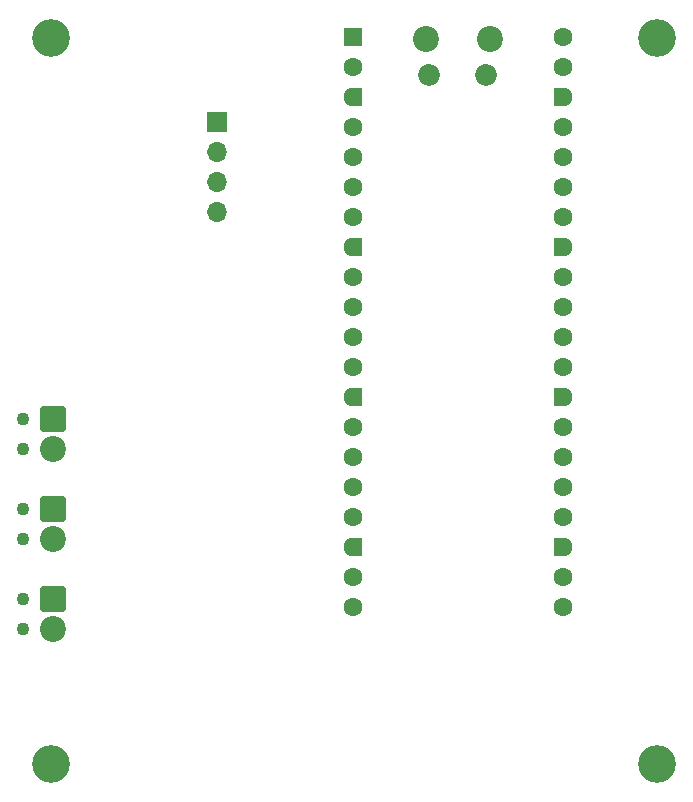
<source format=gbs>
%TF.GenerationSoftware,KiCad,Pcbnew,9.0.0*%
%TF.CreationDate,2025-06-15T18:58:11-04:00*%
%TF.ProjectId,data-logger,64617461-2d6c-46f6-9767-65722e6b6963,rev?*%
%TF.SameCoordinates,Original*%
%TF.FileFunction,Soldermask,Bot*%
%TF.FilePolarity,Negative*%
%FSLAX46Y46*%
G04 Gerber Fmt 4.6, Leading zero omitted, Abs format (unit mm)*
G04 Created by KiCad (PCBNEW 9.0.0) date 2025-06-15 18:58:11*
%MOMM*%
%LPD*%
G01*
G04 APERTURE LIST*
G04 Aperture macros list*
%AMRoundRect*
0 Rectangle with rounded corners*
0 $1 Rounding radius*
0 $2 $3 $4 $5 $6 $7 $8 $9 X,Y pos of 4 corners*
0 Add a 4 corners polygon primitive as box body*
4,1,4,$2,$3,$4,$5,$6,$7,$8,$9,$2,$3,0*
0 Add four circle primitives for the rounded corners*
1,1,$1+$1,$2,$3*
1,1,$1+$1,$4,$5*
1,1,$1+$1,$6,$7*
1,1,$1+$1,$8,$9*
0 Add four rect primitives between the rounded corners*
20,1,$1+$1,$2,$3,$4,$5,0*
20,1,$1+$1,$4,$5,$6,$7,0*
20,1,$1+$1,$6,$7,$8,$9,0*
20,1,$1+$1,$8,$9,$2,$3,0*%
%AMFreePoly0*
4,1,37,0.603843,0.796157,0.639018,0.796157,0.711114,0.766294,0.766294,0.711114,0.796157,0.639018,0.796157,0.603843,0.800000,0.600000,0.800000,-0.600000,0.796157,-0.603843,0.796157,-0.639018,0.766294,-0.711114,0.711114,-0.766294,0.639018,-0.796157,0.603843,-0.796157,0.600000,-0.800000,0.000000,-0.800000,0.000000,-0.796148,-0.078414,-0.796148,-0.232228,-0.765552,-0.377117,-0.705537,
-0.507515,-0.618408,-0.618408,-0.507515,-0.705537,-0.377117,-0.765552,-0.232228,-0.796148,-0.078414,-0.796148,0.078414,-0.765552,0.232228,-0.705537,0.377117,-0.618408,0.507515,-0.507515,0.618408,-0.377117,0.705537,-0.232228,0.765552,-0.078414,0.796148,0.000000,0.796148,0.000000,0.800000,0.600000,0.800000,0.603843,0.796157,0.603843,0.796157,$1*%
%AMFreePoly1*
4,1,37,0.000000,0.796148,0.078414,0.796148,0.232228,0.765552,0.377117,0.705537,0.507515,0.618408,0.618408,0.507515,0.705537,0.377117,0.765552,0.232228,0.796148,0.078414,0.796148,-0.078414,0.765552,-0.232228,0.705537,-0.377117,0.618408,-0.507515,0.507515,-0.618408,0.377117,-0.705537,0.232228,-0.765552,0.078414,-0.796148,0.000000,-0.796148,0.000000,-0.800000,-0.600000,-0.800000,
-0.603843,-0.796157,-0.639018,-0.796157,-0.711114,-0.766294,-0.766294,-0.711114,-0.796157,-0.639018,-0.796157,-0.603843,-0.800000,-0.600000,-0.800000,0.600000,-0.796157,0.603843,-0.796157,0.639018,-0.766294,0.711114,-0.711114,0.766294,-0.639018,0.796157,-0.603843,0.796157,-0.600000,0.800000,0.000000,0.800000,0.000000,0.796148,0.000000,0.796148,$1*%
G04 Aperture macros list end*
%ADD10C,3.200000*%
%ADD11C,1.100000*%
%ADD12RoundRect,0.249999X-0.850001X0.850001X-0.850001X-0.850001X0.850001X-0.850001X0.850001X0.850001X0*%
%ADD13C,2.200000*%
%ADD14C,1.850000*%
%ADD15RoundRect,0.200000X-0.600000X-0.600000X0.600000X-0.600000X0.600000X0.600000X-0.600000X0.600000X0*%
%ADD16C,1.600000*%
%ADD17FreePoly0,0.000000*%
%ADD18FreePoly1,0.000000*%
%ADD19R,1.700000X1.700000*%
%ADD20O,1.700000X1.700000*%
G04 APERTURE END LIST*
D10*
%TO.C,H1*%
X105156000Y-74676000D03*
%TD*%
D11*
%TO.C,J3*%
X102748500Y-122174000D03*
X102748500Y-124714000D03*
D12*
X105288500Y-122174000D03*
D13*
X105288500Y-124714000D03*
%TD*%
D10*
%TO.C,H2*%
X156464000Y-74676000D03*
%TD*%
D11*
%TO.C,J2*%
X102748500Y-114554000D03*
X102748500Y-117094000D03*
D12*
X105288500Y-114554000D03*
D13*
X105288500Y-117094000D03*
%TD*%
D10*
%TO.C,H3*%
X156464000Y-136144000D03*
%TD*%
D13*
%TO.C,A1*%
X136838000Y-74745000D03*
D14*
X137138000Y-77775000D03*
X141988000Y-77775000D03*
D13*
X142288000Y-74745000D03*
D15*
X130673000Y-74615000D03*
D16*
X130673000Y-77155000D03*
D17*
X130673000Y-79695000D03*
D16*
X130673000Y-82235000D03*
X130673000Y-84775000D03*
X130673000Y-87315000D03*
X130673000Y-89855000D03*
D17*
X130673000Y-92395000D03*
D16*
X130673000Y-94935000D03*
X130673000Y-97475000D03*
X130673000Y-100015000D03*
X130673000Y-102555000D03*
D17*
X130673000Y-105095000D03*
D16*
X130673000Y-107635000D03*
X130673000Y-110175000D03*
X130673000Y-112715000D03*
X130673000Y-115255000D03*
D17*
X130673000Y-117795000D03*
D16*
X130673000Y-120335000D03*
X130673000Y-122875000D03*
X148453000Y-122875000D03*
X148453000Y-120335000D03*
D18*
X148453000Y-117795000D03*
D16*
X148453000Y-115255000D03*
X148453000Y-112715000D03*
X148453000Y-110175000D03*
X148453000Y-107635000D03*
D18*
X148453000Y-105095000D03*
D16*
X148453000Y-102555000D03*
X148453000Y-100015000D03*
X148453000Y-97475000D03*
X148453000Y-94935000D03*
D18*
X148453000Y-92395000D03*
D16*
X148453000Y-89855000D03*
X148453000Y-87315000D03*
X148453000Y-84775000D03*
X148453000Y-82235000D03*
D18*
X148453000Y-79695000D03*
D16*
X148453000Y-77155000D03*
X148453000Y-74615000D03*
%TD*%
D10*
%TO.C,H4*%
X105156000Y-136144000D03*
%TD*%
D11*
%TO.C,J1*%
X102748500Y-106934000D03*
X102748500Y-109474000D03*
D12*
X105288500Y-106934000D03*
D13*
X105288500Y-109474000D03*
%TD*%
D19*
%TO.C,J9*%
X119151000Y-81798000D03*
D20*
X119151000Y-84338000D03*
X119151000Y-86878000D03*
X119151000Y-89418000D03*
%TD*%
M02*

</source>
